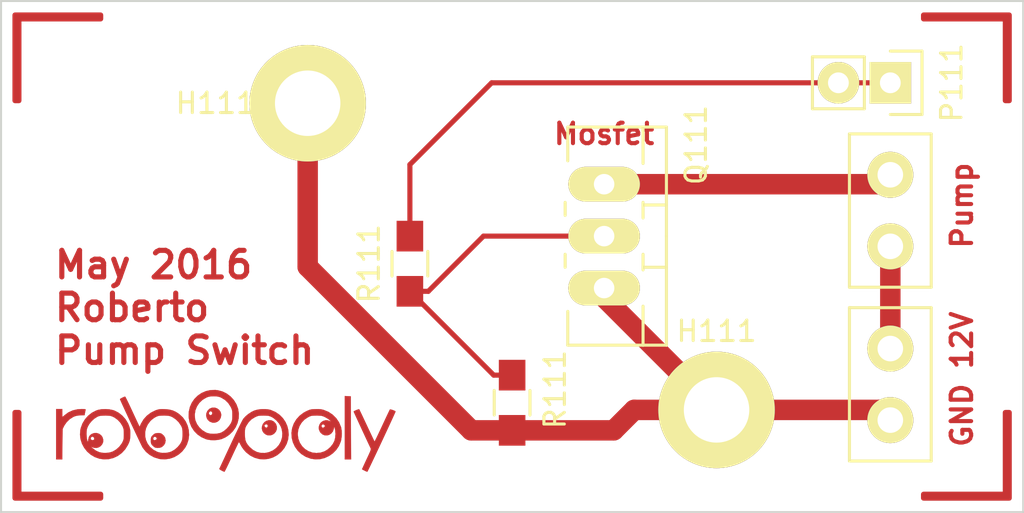
<source format=kicad_pcb>
(kicad_pcb (version 4) (host pcbnew 4.0.2-stable)

  (general
    (links 10)
    (no_connects 0)
    (area 19.174999 27.174999 134.550001 112.775)
    (thickness 1.6)
    (drawings 8)
    (tracks 25)
    (zones 0)
    (modules 9)
    (nets 6)
  )

  (page A4)
  (layers
    (0 F.Cu signal)
    (31 B.Cu signal)
    (33 F.Adhes user)
    (35 F.Paste user)
    (37 F.SilkS user)
    (39 F.Mask user)
    (40 Dwgs.User user)
    (41 Cmts.User user)
    (42 Eco1.User user)
    (43 Eco2.User user)
    (44 Edge.Cuts user)
    (45 Margin user)
    (47 F.CrtYd user)
    (49 F.Fab user)
  )

  (setup
    (last_trace_width 1)
    (user_trace_width 1)
    (trace_clearance 0.2)
    (zone_clearance 0.508)
    (zone_45_only no)
    (trace_min 0.2)
    (segment_width 0.2)
    (edge_width 0.1)
    (via_size 0.6)
    (via_drill 0.4)
    (via_min_size 0.4)
    (via_min_drill 0.3)
    (uvia_size 0.3)
    (uvia_drill 0.1)
    (uvias_allowed no)
    (uvia_min_size 0.2)
    (uvia_min_drill 0.1)
    (pcb_text_width 0.3)
    (pcb_text_size 1.5 1.5)
    (mod_edge_width 0.15)
    (mod_text_size 1 1)
    (mod_text_width 0.15)
    (pad_size 1.5 1.5)
    (pad_drill 0.6)
    (pad_to_mask_clearance 0)
    (aux_axis_origin 0 0)
    (visible_elements FFFFFF7F)
    (pcbplotparams
      (layerselection 0x00000_00000001)
      (usegerberextensions false)
      (excludeedgelayer true)
      (linewidth 0.100000)
      (plotframeref false)
      (viasonmask false)
      (mode 1)
      (useauxorigin false)
      (hpglpennumber 1)
      (hpglpenspeed 20)
      (hpglpendiameter 15)
      (hpglpenoverlay 2)
      (psnegative false)
      (psa4output false)
      (plotreference true)
      (plotvalue true)
      (plotinvisibletext false)
      (padsonsilk false)
      (subtractmaskfromsilk false)
      (outputformat 4)
      (mirror true)
      (drillshape 0)
      (scaleselection 1)
      (outputdirectory ""))
  )

  (net 0 "")
  (net 1 "Net-(H1-Pad1)")
  (net 2 "Net-(P1-Pad1)")
  (net 3 +12V)
  (net 4 "Net-(P3-Pad2)")
  (net 5 "Net-(Q1-Pad2)")

  (net_class Default "This is the default net class."
    (clearance 0.2)
    (trace_width 0.25)
    (via_dia 0.6)
    (via_drill 0.4)
    (uvia_dia 0.3)
    (uvia_drill 0.1)
    (add_net +12V)
    (add_net "Net-(H1-Pad1)")
    (add_net "Net-(P1-Pad1)")
    (add_net "Net-(P3-Pad2)")
    (add_net "Net-(Q1-Pad2)")
  )

  (net_class Power ""
    (clearance 0.5)
    (trace_width 1)
    (via_dia 0.6)
    (via_drill 0.4)
    (uvia_dia 0.3)
    (uvia_drill 0.1)
  )

  (module Pin_Headers:Pin_Header_Straight_1x02 (layer F.Cu) (tedit 54EA090C) (tstamp 5731DE50)
    (at 73 31.5 270)
    (descr "Through hole pin header")
    (tags "pin header")
    (path /572CEED2)
    (fp_text reference P111 (at 0 -3 270) (layer F.SilkS)
      (effects (font (size 1 1) (thickness 0.15)))
    )
    (fp_text value SIGNAL_CONN (at -2.5 1 360) (layer F.Fab)
      (effects (font (size 1 1) (thickness 0.15)))
    )
    (fp_line (start 1.27 1.27) (end 1.27 3.81) (layer F.SilkS) (width 0.15))
    (fp_line (start 1.55 -1.55) (end 1.55 0) (layer F.SilkS) (width 0.15))
    (fp_line (start -1.75 -1.75) (end -1.75 4.3) (layer F.CrtYd) (width 0.05))
    (fp_line (start 1.75 -1.75) (end 1.75 4.3) (layer F.CrtYd) (width 0.05))
    (fp_line (start -1.75 -1.75) (end 1.75 -1.75) (layer F.CrtYd) (width 0.05))
    (fp_line (start -1.75 4.3) (end 1.75 4.3) (layer F.CrtYd) (width 0.05))
    (fp_line (start 1.27 1.27) (end -1.27 1.27) (layer F.SilkS) (width 0.15))
    (fp_line (start -1.55 0) (end -1.55 -1.55) (layer F.SilkS) (width 0.15))
    (fp_line (start -1.55 -1.55) (end 1.55 -1.55) (layer F.SilkS) (width 0.15))
    (fp_line (start -1.27 1.27) (end -1.27 3.81) (layer F.SilkS) (width 0.15))
    (fp_line (start -1.27 3.81) (end 1.27 3.81) (layer F.SilkS) (width 0.15))
    (pad 1 thru_hole rect (at 0 0 270) (size 2.032 2.032) (drill 1.016) (layers *.Cu *.Mask F.SilkS)
      (net 2 "Net-(P1-Pad1)"))
    (pad 2 thru_hole oval (at 0 2.54 270) (size 2.032 2.032) (drill 1.016) (layers *.Cu *.Mask F.SilkS)
      (net 2 "Net-(P1-Pad1)"))
    (model Pin_Headers.3dshapes/Pin_Header_Straight_1x02.wrl
      (at (xyz 0 -0.05 0))
      (scale (xyz 1 1 1))
      (rotate (xyz 0 0 90))
    )
  )

  (module Mounting_Holes:MountingHole_3.2mm_M3_ISO7380_Pad (layer F.Cu) (tedit 56D1B4CB) (tstamp 5731DE45)
    (at 44.5 32.5)
    (descr "Mounting Hole 3.2mm, M3, ISO7380")
    (tags "mounting hole 3.2mm m3 iso7380")
    (path /572CEB85)
    (fp_text reference H111 (at -4.5 0) (layer F.SilkS)
      (effects (font (size 1 1) (thickness 0.15)))
    )
    (fp_text value mounting_hole_3.2 (at 0 3.85) (layer F.Fab)
      (effects (font (size 1 1) (thickness 0.15)))
    )
    (fp_circle (center 0 0) (end 2.85 0) (layer Cmts.User) (width 0.15))
    (fp_circle (center 0 0) (end 3.1 0) (layer F.CrtYd) (width 0.05))
    (pad 1 thru_hole circle (at 0 0) (size 5.7 5.7) (drill 3.2) (layers *.Cu *.Mask F.SilkS)
      (net 1 "Net-(H1-Pad1)"))
  )

  (module Mounting_Holes:MountingHole_3.2mm_M3_ISO7380_Pad (layer F.Cu) (tedit 56D1B4CB) (tstamp 5731DE4A)
    (at 64.5 47.5)
    (descr "Mounting Hole 3.2mm, M3, ISO7380")
    (tags "mounting hole 3.2mm m3 iso7380")
    (path /572CEBB5)
    (fp_text reference H111 (at 0 -3.85) (layer F.SilkS)
      (effects (font (size 1 1) (thickness 0.15)))
    )
    (fp_text value mounting_hole_3.2 (at -2 4) (layer F.Fab)
      (effects (font (size 1 1) (thickness 0.15)))
    )
    (fp_circle (center 0 0) (end 2.85 0) (layer Cmts.User) (width 0.15))
    (fp_circle (center 0 0) (end 3.1 0) (layer F.CrtYd) (width 0.05))
    (pad 1 thru_hole circle (at 0 0) (size 5.7 5.7) (drill 3.2) (layers *.Cu *.Mask F.SilkS)
      (net 1 "Net-(H1-Pad1)"))
  )

  (module Common_footprints:conn_green_2 (layer F.Cu) (tedit 572CABB0) (tstamp 5731DE56)
    (at 73 44.5 270)
    (path /572C4D94)
    (fp_text reference P111 (at 2.5 -3 270) (layer F.SilkS) hide
      (effects (font (size 1 1) (thickness 0.15)))
    )
    (fp_text value POWER_CONN (at 2.5 2.5 270) (layer F.Fab)
      (effects (font (size 1 1) (thickness 0.15)))
    )
    (fp_line (start -2 2) (end -2 -2) (layer F.SilkS) (width 0.15))
    (fp_line (start 5.5 2) (end -2 2) (layer F.SilkS) (width 0.15))
    (fp_line (start 5.5 -2) (end 5.5 2) (layer F.SilkS) (width 0.15))
    (fp_line (start -2 -2) (end 5.5 -2) (layer F.SilkS) (width 0.15))
    (pad 1 thru_hole circle (at 0 0 270) (size 2.25 2.25) (drill 1.25) (layers *.Cu *.Mask F.SilkS)
      (net 3 +12V))
    (pad 2 thru_hole circle (at 3.5 0 270) (size 2.25 2.25) (drill 1.25) (layers *.Cu *.Mask F.SilkS)
      (net 1 "Net-(H1-Pad1)"))
  )

  (module Common_footprints:conn_green_2 (layer F.Cu) (tedit 572CABB0) (tstamp 5731DE5C)
    (at 73 39.5 90)
    (path /57306AAF)
    (fp_text reference P111 (at 2.5 -3 90) (layer F.SilkS) hide
      (effects (font (size 1 1) (thickness 0.15)))
    )
    (fp_text value PUMP_CONN (at 2 -2.5 90) (layer F.Fab)
      (effects (font (size 1 1) (thickness 0.15)))
    )
    (fp_line (start -2 2) (end -2 -2) (layer F.SilkS) (width 0.15))
    (fp_line (start 5.5 2) (end -2 2) (layer F.SilkS) (width 0.15))
    (fp_line (start 5.5 -2) (end 5.5 2) (layer F.SilkS) (width 0.15))
    (fp_line (start -2 -2) (end 5.5 -2) (layer F.SilkS) (width 0.15))
    (pad 1 thru_hole circle (at 0 0 90) (size 2.25 2.25) (drill 1.25) (layers *.Cu *.Mask F.SilkS)
      (net 3 +12V))
    (pad 2 thru_hole circle (at 3.5 0 90) (size 2.25 2.25) (drill 1.25) (layers *.Cu *.Mask F.SilkS)
      (net 4 "Net-(P3-Pad2)"))
  )

  (module TO_SOT_Packages_THT:TO-220_Neutral123_Vertical_LargePads (layer F.Cu) (tedit 0) (tstamp 5731DE63)
    (at 59 39 270)
    (descr "TO-220, Neutral, Vertical, Large Pads,")
    (tags "TO-220, Neutral, Vertical, Large Pads,")
    (path /572C807A)
    (fp_text reference Q111 (at -4.46 -4.5 270) (layer F.SilkS)
      (effects (font (size 1 1) (thickness 0.15)))
    )
    (fp_text value NMOS_DGS (at 0 3 270) (layer F.Fab)
      (effects (font (size 1 1) (thickness 0.15)))
    )
    (fp_line (start 5.334 -1.905) (end 3.429 -1.905) (layer F.SilkS) (width 0.15))
    (fp_line (start 0.889 -1.905) (end 1.651 -1.905) (layer F.SilkS) (width 0.15))
    (fp_line (start -1.524 -1.905) (end -1.651 -1.905) (layer F.SilkS) (width 0.15))
    (fp_line (start -1.524 -1.905) (end -0.889 -1.905) (layer F.SilkS) (width 0.15))
    (fp_line (start -5.334 -1.905) (end -3.556 -1.905) (layer F.SilkS) (width 0.15))
    (fp_line (start -5.334 1.778) (end -3.683 1.778) (layer F.SilkS) (width 0.15))
    (fp_line (start -1.016 1.905) (end -1.651 1.905) (layer F.SilkS) (width 0.15))
    (fp_line (start 1.524 1.905) (end 0.889 1.905) (layer F.SilkS) (width 0.15))
    (fp_line (start 5.334 1.778) (end 3.683 1.778) (layer F.SilkS) (width 0.15))
    (fp_line (start -1.524 -3.048) (end -1.524 -1.905) (layer F.SilkS) (width 0.15))
    (fp_line (start 1.524 -3.048) (end 1.524 -1.905) (layer F.SilkS) (width 0.15))
    (fp_line (start 5.334 -1.905) (end 5.334 1.778) (layer F.SilkS) (width 0.15))
    (fp_line (start -5.334 1.778) (end -5.334 -1.905) (layer F.SilkS) (width 0.15))
    (fp_line (start 5.334 -3.048) (end 5.334 -1.905) (layer F.SilkS) (width 0.15))
    (fp_line (start -5.334 -1.905) (end -5.334 -3.048) (layer F.SilkS) (width 0.15))
    (fp_line (start 0 -3.048) (end -5.334 -3.048) (layer F.SilkS) (width 0.15))
    (fp_line (start 0 -3.048) (end 5.334 -3.048) (layer F.SilkS) (width 0.15))
    (pad 2 thru_hole oval (at 0 0) (size 3.50012 1.69926) (drill 1.00076) (layers *.Cu *.Mask F.SilkS)
      (net 5 "Net-(Q1-Pad2)"))
    (pad 1 thru_hole oval (at -2.54 0) (size 3.50012 1.69926) (drill 1.00076) (layers *.Cu *.Mask F.SilkS)
      (net 4 "Net-(P3-Pad2)"))
    (pad 3 thru_hole oval (at 2.54 0) (size 3.50012 1.69926) (drill 1.00076) (layers *.Cu *.Mask F.SilkS)
      (net 1 "Net-(H1-Pad1)"))
    (model TO_SOT_Packages_THT.3dshapes/TO-220_Neutral123_Vertical_LargePads.wrl
      (at (xyz 0 0 0))
      (scale (xyz 0.3937 0.3937 0.3937))
      (rotate (xyz 0 0 0))
    )
  )

  (module Resistors_SMD:R_0805_HandSoldering (layer F.Cu) (tedit 54189DEE) (tstamp 5731DE69)
    (at 49.5 40.35 270)
    (descr "Resistor SMD 0805, hand soldering")
    (tags "resistor 0805")
    (path /572C8769)
    (attr smd)
    (fp_text reference R111 (at 0 2 270) (layer F.SilkS)
      (effects (font (size 1 1) (thickness 0.15)))
    )
    (fp_text value 330 (at 0.15 -2 270) (layer F.Fab)
      (effects (font (size 1 1) (thickness 0.15)))
    )
    (fp_line (start -2.4 -1) (end 2.4 -1) (layer F.CrtYd) (width 0.05))
    (fp_line (start -2.4 1) (end 2.4 1) (layer F.CrtYd) (width 0.05))
    (fp_line (start -2.4 -1) (end -2.4 1) (layer F.CrtYd) (width 0.05))
    (fp_line (start 2.4 -1) (end 2.4 1) (layer F.CrtYd) (width 0.05))
    (fp_line (start 0.6 0.875) (end -0.6 0.875) (layer F.SilkS) (width 0.15))
    (fp_line (start -0.6 -0.875) (end 0.6 -0.875) (layer F.SilkS) (width 0.15))
    (pad 1 smd rect (at -1.35 0 270) (size 1.5 1.3) (layers F.Cu F.Paste F.Mask)
      (net 2 "Net-(P1-Pad1)"))
    (pad 2 smd rect (at 1.35 0 270) (size 1.5 1.3) (layers F.Cu F.Paste F.Mask)
      (net 5 "Net-(Q1-Pad2)"))
    (model Resistors_SMD.3dshapes/R_0805_HandSoldering.wrl
      (at (xyz 0 0 0))
      (scale (xyz 1 1 1))
      (rotate (xyz 0 0 0))
    )
  )

  (module Resistors_SMD:R_0805_HandSoldering (layer F.Cu) (tedit 54189DEE) (tstamp 5731DE6F)
    (at 54.5 47.15 270)
    (descr "Resistor SMD 0805, hand soldering")
    (tags "resistor 0805")
    (path /572C86E2)
    (attr smd)
    (fp_text reference R111 (at -0.65 -2.1 270) (layer F.SilkS)
      (effects (font (size 1 1) (thickness 0.15)))
    )
    (fp_text value 1M (at -1.15 2.1 270) (layer F.Fab)
      (effects (font (size 1 1) (thickness 0.15)))
    )
    (fp_line (start -2.4 -1) (end 2.4 -1) (layer F.CrtYd) (width 0.05))
    (fp_line (start -2.4 1) (end 2.4 1) (layer F.CrtYd) (width 0.05))
    (fp_line (start -2.4 -1) (end -2.4 1) (layer F.CrtYd) (width 0.05))
    (fp_line (start 2.4 -1) (end 2.4 1) (layer F.CrtYd) (width 0.05))
    (fp_line (start 0.6 0.875) (end -0.6 0.875) (layer F.SilkS) (width 0.15))
    (fp_line (start -0.6 -0.875) (end 0.6 -0.875) (layer F.SilkS) (width 0.15))
    (pad 1 smd rect (at -1.35 0 270) (size 1.5 1.3) (layers F.Cu F.Paste F.Mask)
      (net 5 "Net-(Q1-Pad2)"))
    (pad 2 smd rect (at 1.35 0 270) (size 1.5 1.3) (layers F.Cu F.Paste F.Mask)
      (net 1 "Net-(H1-Pad1)"))
    (model Resistors_SMD.3dshapes/R_0805_HandSoldering.wrl
      (at (xyz 0 0 0))
      (scale (xyz 1 1 1))
      (rotate (xyz 0 0 0))
    )
  )

  (module Common_footprints:robopoly_logo_pcb (layer F.Cu) (tedit 0) (tstamp 5731E758)
    (at 40.5 48.5)
    (fp_text reference G***111 (at 0 0) (layer F.SilkS) hide
      (effects (font (thickness 0.3)))
    )
    (fp_text value LOGO (at 0.75 0) (layer F.SilkS) hide
      (effects (font (thickness 0.3)))
    )
    (fp_poly (pts (xy 2.104093 -1.018007) (xy 2.206918 -0.991696) (xy 2.434072 -0.890892) (xy 2.628811 -0.756232)
      (xy 2.789777 -0.593287) (xy 2.915615 -0.40763) (xy 3.004968 -0.204836) (xy 3.056478 0.009524)
      (xy 3.068791 0.229876) (xy 3.040548 0.450647) (xy 2.970394 0.666264) (xy 2.856971 0.871154)
      (xy 2.704852 1.053852) (xy 2.514336 1.210943) (xy 2.305025 1.324175) (xy 2.083125 1.393635)
      (xy 1.854842 1.419407) (xy 1.626383 1.40158) (xy 1.403954 1.340237) (xy 1.193763 1.235467)
      (xy 1.002015 1.087354) (xy 0.944257 1.029422) (xy 0.85592 0.924587) (xy 0.776181 0.811568)
      (xy 0.720134 0.711967) (xy 0.682383 0.637751) (xy 0.650625 0.58962) (xy 0.631681 0.577892)
      (xy 0.631583 0.57799) (xy 0.616658 0.60493) (xy 0.583149 0.672214) (xy 0.53381 0.774086)
      (xy 0.471401 0.904793) (xy 0.398677 1.058579) (xy 0.318396 1.229688) (xy 0.28191 1.307864)
      (xy 0.199299 1.483991) (xy 0.122943 1.644575) (xy 0.055598 1.783994) (xy 0.000017 1.896631)
      (xy -0.041045 1.976865) (xy -0.064835 2.019076) (xy -0.069144 2.024162) (xy -0.101023 2.0163)
      (xy -0.161755 1.99039) (xy -0.210462 1.966297) (xy -0.275955 1.928369) (xy -0.315901 1.897614)
      (xy -0.322274 1.884999) (xy -0.309947 1.859076) (xy -0.278264 1.791537) (xy -0.229299 1.686826)
      (xy -0.165127 1.549388) (xy -0.087819 1.383665) (xy 0.00055 1.194102) (xy 0.097906 0.985141)
      (xy 0.202177 0.761228) (xy 0.225467 0.7112) (xy 0.333682 0.480111) (xy 0.438185 0.25957)
      (xy 0.47741 0.1778) (xy 0.9271 0.1778) (xy 0.933188 0.348366) (xy 0.954974 0.483668)
      (xy 0.997739 0.598164) (xy 1.066763 0.706311) (xy 1.159628 0.814371) (xy 1.326756 0.959241)
      (xy 1.51137 1.05709) (xy 1.709943 1.106981) (xy 1.918948 1.107982) (xy 2.111874 1.066683)
      (xy 2.303794 0.981583) (xy 2.466469 0.86045) (xy 2.59683 0.710056) (xy 2.691811 0.53717)
      (xy 2.748342 0.348566) (xy 2.763356 0.151015) (xy 2.733785 -0.048712) (xy 2.6822 -0.192176)
      (xy 2.590413 -0.345569) (xy 2.465635 -0.488173) (xy 2.322727 -0.604545) (xy 2.23841 -0.653435)
      (xy 2.165028 -0.686566) (xy 2.098727 -0.707327) (xy 2.023563 -0.718537) (xy 1.923588 -0.723014)
      (xy 1.841109 -0.723645) (xy 1.720168 -0.722498) (xy 1.63336 -0.716591) (xy 1.56404 -0.702653)
      (xy 1.495565 -0.677414) (xy 1.416725 -0.640284) (xy 1.251892 -0.537472) (xy 1.116026 -0.402572)
      (xy 1.00074 -0.227149) (xy 0.994693 -0.2159) (xy 0.963647 -0.15258) (xy 0.943825 -0.093901)
      (xy 0.932767 -0.025544) (xy 0.928016 0.066809) (xy 0.9271 0.1778) (xy 0.47741 0.1778)
      (xy 0.536522 0.054576) (xy 0.626238 -0.129872) (xy 0.70488 -0.288774) (xy 0.769994 -0.417132)
      (xy 0.819126 -0.509947) (xy 0.849822 -0.562219) (xy 0.85224 -0.565653) (xy 0.959052 -0.684378)
      (xy 1.098281 -0.800427) (xy 1.252588 -0.900868) (xy 1.39129 -0.967724) (xy 1.551232 -1.01227)
      (xy 1.736074 -1.035873) (xy 1.926725 -1.037973) (xy 2.104093 -1.018007)) (layer F.Cu) (width 0.01))
    (fp_poly (pts (xy 6.531236 -1.009218) (xy 6.563121 -0.943782) (xy 6.611348 -0.843095) (xy 6.673354 -0.712552)
      (xy 6.746573 -0.557546) (xy 6.828441 -0.383473) (xy 6.894174 -0.243226) (xy 6.980879 -0.058336)
      (xy 7.060887 0.111565) (xy 7.131629 0.261079) (xy 7.190539 0.384807) (xy 7.235046 0.47735)
      (xy 7.262584 0.53331) (xy 7.270561 0.548028) (xy 7.283514 0.52859) (xy 7.315132 0.468193)
      (xy 7.362886 0.372047) (xy 7.424246 0.24536) (xy 7.496686 0.093342) (xy 7.577675 -0.078799)
      (xy 7.644343 -0.221937) (xy 7.730732 -0.407647) (xy 7.810822 -0.578743) (xy 7.882004 -0.729739)
      (xy 7.941673 -0.855146) (xy 7.98722 -0.949477) (xy 8.016038 -1.007244) (xy 8.025076 -1.023243)
      (xy 8.053859 -1.023045) (xy 8.112128 -1.00812) (xy 8.182921 -0.984312) (xy 8.249276 -0.957463)
      (xy 8.29423 -0.933418) (xy 8.300209 -0.928458) (xy 8.291765 -0.904209) (xy 8.263718 -0.838782)
      (xy 8.218271 -0.736878) (xy 8.157628 -0.603202) (xy 8.083992 -0.442456) (xy 7.999564 -0.259343)
      (xy 7.906548 -0.058566) (xy 7.807147 0.155171) (xy 7.703564 0.377167) (xy 7.598002 0.602716)
      (xy 7.492663 0.827118) (xy 7.389751 1.045668) (xy 7.291468 1.253663) (xy 7.200017 1.446401)
      (xy 7.117601 1.619178) (xy 7.046424 1.767291) (xy 6.988687 1.886037) (xy 6.946594 1.970714)
      (xy 6.922348 2.016618) (xy 6.917465 2.023625) (xy 6.884557 2.016075) (xy 6.823287 1.990368)
      (xy 6.776767 1.96743) (xy 6.657434 1.905364) (xy 6.71715 1.771832) (xy 6.749628 1.700404)
      (xy 6.798075 1.595357) (xy 6.856778 1.469011) (xy 6.920024 1.333688) (xy 6.94293 1.284881)
      (xy 7.006241 1.14888) (xy 7.049867 1.050495) (xy 7.076356 0.981665) (xy 7.088258 0.934333)
      (xy 7.088121 0.900437) (xy 7.078494 0.871918) (xy 7.075466 0.865781) (xy 7.052496 0.818726)
      (xy 7.012726 0.735021) (xy 6.958977 0.620758) (xy 6.894068 0.482028) (xy 6.820822 0.32492)
      (xy 6.742059 0.155526) (xy 6.6606 -0.020063) (xy 6.579266 -0.195757) (xy 6.500878 -0.365464)
      (xy 6.428257 -0.523094) (xy 6.364223 -0.662557) (xy 6.311598 -0.777761) (xy 6.273202 -0.862615)
      (xy 6.251856 -0.911029) (xy 6.2484 -0.919997) (xy 6.269615 -0.937241) (xy 6.322279 -0.964224)
      (xy 6.38992 -0.993985) (xy 6.456068 -1.019566) (xy 6.504249 -1.034008) (xy 6.518258 -1.034008)
      (xy 6.531236 -1.009218)) (layer F.Cu) (width 0.01))
    (fp_poly (pts (xy -6.962719 -1.040788) (xy -6.900275 -1.03716) (xy -6.869778 -1.027825) (xy -6.861805 -1.010096)
      (xy -6.866213 -0.98425) (xy -6.880216 -0.919679) (xy -6.89567 -0.84014) (xy -6.896722 -0.83436)
      (xy -6.913512 -0.74162) (xy -7.120706 -0.73276) (xy -7.24971 -0.722697) (xy -7.350661 -0.701981)
      (xy -7.446001 -0.665514) (xy -7.472657 -0.652815) (xy -7.639021 -0.545957) (xy -7.786847 -0.402728)
      (xy -7.901947 -0.237369) (xy -7.91871 -0.205102) (xy -7.9883 -0.0635) (xy -8.003822 1.4224)
      (xy -8.3058 1.4224) (xy -8.3058 -1.0414) (xy -8.001 -1.0414) (xy -8.001 -0.8509)
      (xy -7.999637 -0.759835) (xy -7.996031 -0.692473) (xy -7.990908 -0.66123) (xy -7.989868 -0.6604)
      (xy -7.966214 -0.676033) (xy -7.919382 -0.715516) (xy -7.894618 -0.737891) (xy -7.706665 -0.876983)
      (xy -7.491385 -0.974649) (xy -7.252849 -1.029395) (xy -7.066537 -1.041401) (xy -6.962719 -1.040788)) (layer F.Cu) (width 0.01))
    (fp_poly (pts (xy -5.687127 -1.023239) (xy -5.513026 -0.986836) (xy -5.452765 -0.966517) (xy -5.24687 -0.860776)
      (xy -5.061451 -0.714196) (xy -4.904191 -0.535099) (xy -4.782768 -0.331807) (xy -4.721556 -0.174173)
      (xy -4.694526 -0.073685) (xy -4.679719 0.018372) (xy -4.675216 0.121522) (xy -4.679102 0.25529)
      (xy -4.679197 0.257262) (xy -4.686725 0.379958) (xy -4.698544 0.470868) (xy -4.719438 0.549006)
      (xy -4.754192 0.633383) (xy -4.79521 0.718192) (xy -4.926493 0.929299) (xy -5.090533 1.106453)
      (xy -5.281461 1.246837) (xy -5.493407 1.347639) (xy -5.720499 1.406043) (xy -5.956866 1.419234)
      (xy -6.188764 1.386336) (xy -6.41465 1.307069) (xy -6.61638 1.188077) (xy -6.790347 1.035282)
      (xy -6.932945 0.854607) (xy -7.040567 0.651977) (xy -7.109606 0.433314) (xy -7.136457 0.204541)
      (xy -7.132459 0.155381) (xy -6.818089 0.155381) (xy -6.817893 0.1905) (xy -6.812835 0.312937)
      (xy -6.801084 0.417349) (xy -6.784449 0.488515) (xy -6.781681 0.4953) (xy -6.747476 0.5715)
      (xy -6.731723 0.4572) (xy -6.72493 0.426012) (xy -6.61384 0.426012) (xy -6.602653 0.446123)
      (xy -6.554001 0.476197) (xy -6.4956 0.479587) (xy -6.450276 0.456785) (xy -6.441709 0.442659)
      (xy -6.440919 0.383383) (xy -6.472276 0.330459) (xy -6.522582 0.305019) (xy -6.5278 0.3048)
      (xy -6.57982 0.325) (xy -6.612065 0.372136) (xy -6.61384 0.426012) (xy -6.72493 0.426012)
      (xy -6.706272 0.340363) (xy -6.662122 0.257655) (xy -6.59004 0.193298) (xy -6.569574 0.18007)
      (xy -6.449072 0.133086) (xy -6.322732 0.130253) (xy -6.202567 0.16816) (xy -6.100589 0.243397)
      (xy -6.03889 0.330706) (xy -6.000748 0.454599) (xy -6.006547 0.573394) (xy -6.049455 0.680298)
      (xy -6.122642 0.768519) (xy -6.219276 0.831262) (xy -6.332526 0.861737) (xy -6.455562 0.85315)
      (xy -6.535412 0.824439) (xy -6.580069 0.80374) (xy -6.592426 0.802828) (xy -6.570655 0.82649)
      (xy -6.5151 0.877534) (xy -6.353476 0.998215) (xy -6.180821 1.073445) (xy -5.988348 1.10624)
      (xy -5.848604 1.106238) (xy -5.659796 1.07927) (xy -5.525565 1.032454) (xy -5.360862 0.933133)
      (xy -5.211936 0.79825) (xy -5.093903 0.642307) (xy -5.065593 0.591249) (xy -5.030779 0.517493)
      (xy -5.008896 0.452923) (xy -4.996989 0.381617) (xy -4.992108 0.287653) (xy -4.991278 0.1905)
      (xy -4.992892 0.065571) (xy -4.999775 -0.02485) (xy -5.014681 -0.096995) (xy -5.040364 -0.167094)
      (xy -5.058923 -0.208192) (xy -5.161215 -0.372919) (xy -5.299982 -0.519145) (xy -5.461086 -0.632732)
      (xy -5.506809 -0.656078) (xy -5.582277 -0.688465) (xy -5.651341 -0.708642) (xy -5.730235 -0.719362)
      (xy -5.835189 -0.723379) (xy -5.9055 -0.723734) (xy -6.036299 -0.721407) (xy -6.131621 -0.713121)
      (xy -6.206659 -0.696618) (xy -6.276601 -0.669637) (xy -6.28017 -0.668003) (xy -6.424046 -0.580136)
      (xy -6.56182 -0.457316) (xy -6.678579 -0.314619) (xy -6.746897 -0.196149) (xy -6.783441 -0.110416)
      (xy -6.805163 -0.035909) (xy -6.81555 0.046361) (xy -6.818089 0.155381) (xy -7.132459 0.155381)
      (xy -7.117511 -0.028418) (xy -7.099512 -0.109391) (xy -7.016661 -0.334467) (xy -6.893652 -0.539364)
      (xy -6.736736 -0.71759) (xy -6.552163 -0.862652) (xy -6.346181 -0.96806) (xy -6.238788 -1.003414)
      (xy -6.070308 -1.032481) (xy -5.879654 -1.038772) (xy -5.687127 -1.023239)) (layer F.Cu) (width 0.01))
    (fp_poly (pts (xy -4.914203 -1.628972) (xy -4.881127 -1.56715) (xy -4.833259 -1.47193) (xy -4.773778 -1.349708)
      (xy -4.70586 -1.20688) (xy -4.661125 -1.11125) (xy -4.583305 -0.943954) (xy -4.506606 -0.77921)
      (xy -4.435648 -0.626934) (xy -4.375053 -0.497044) (xy -4.329443 -0.399454) (xy -4.316751 -0.372366)
      (xy -4.223327 -0.173231) (xy -4.145315 -0.339938) (xy -4.022799 -0.543376) (xy -3.860337 -0.721364)
      (xy -3.664986 -0.867725) (xy -3.4438 -0.976285) (xy -3.400719 -0.991696) (xy -3.311522 -1.018392)
      (xy -3.228231 -1.033479) (xy -3.132982 -1.038832) (xy -3.00791 -1.036324) (xy -2.9845 -1.035343)
      (xy -2.7802 -1.016127) (xy -2.607634 -0.974503) (xy -2.450594 -0.904859) (xy -2.292873 -0.801588)
      (xy -2.279101 -0.79122) (xy -2.104399 -0.628114) (xy -1.968026 -0.437325) (xy -1.871214 -0.225876)
      (xy -1.815195 -0.000787) (xy -1.801201 0.230917) (xy -1.830465 0.462215) (xy -1.904218 0.686084)
      (xy -1.991479 0.848018) (xy -2.142275 1.038033) (xy -2.324179 1.193102) (xy -2.530192 1.310211)
      (xy -2.753316 1.386345) (xy -2.986551 1.418489) (xy -3.222899 1.403631) (xy -3.2639 1.396006)
      (xy -3.505455 1.322084) (xy -3.72215 1.205906) (xy -3.909417 1.050596) (xy -4.062685 0.859278)
      (xy -4.073225 0.842696) (xy -4.094445 0.803101) (xy -4.133634 0.724391) (xy -4.188299 0.611897)
      (xy -4.255945 0.470947) (xy -4.334077 0.306872) (xy -4.420201 0.125001) (xy -4.433992 0.095748)
      (xy -3.9509 0.095748) (xy -3.950347 0.289417) (xy -3.909454 0.47736) (xy -3.829841 0.653226)
      (xy -3.713133 0.810659) (xy -3.560951 0.943309) (xy -3.374917 1.04482) (xy -3.304313 1.071088)
      (xy -3.128094 1.106332) (xy -2.937315 1.105123) (xy -2.751557 1.068627) (xy -2.655365 1.032454)
      (xy -2.499681 0.939523) (xy -2.355724 0.813731) (xy -2.23872 0.669674) (xy -2.19111 0.58741)
      (xy -2.158749 0.516477) (xy -2.138136 0.452779) (xy -2.126683 0.381233) (xy -2.121806 0.286756)
      (xy -2.1209 0.1778) (xy -2.122098 0.053521) (xy -2.127419 -0.034576) (xy -2.139453 -0.101087)
      (xy -2.16079 -0.160607) (xy -2.192305 -0.224473) (xy -2.303548 -0.389992) (xy -2.446978 -0.533739)
      (xy -2.608827 -0.642341) (xy -2.636609 -0.656078) (xy -2.71216 -0.688487) (xy -2.781379 -0.708687)
      (xy -2.86051 -0.719439) (xy -2.965797 -0.723508) (xy -3.0353 -0.7239) (xy -3.158668 -0.722351)
      (xy -3.247219 -0.715825) (xy -3.316895 -0.701503) (xy -3.383633 -0.676569) (xy -3.432164 -0.653741)
      (xy -3.529173 -0.594939) (xy -3.630946 -0.516126) (xy -3.69429 -0.45608) (xy -3.824494 -0.283354)
      (xy -3.90949 -0.097294) (xy -3.9509 0.095748) (xy -4.433992 0.095748) (xy -4.511822 -0.069335)
      (xy -4.606446 -0.270806) (xy -4.701577 -0.474084) (xy -4.794723 -0.673837) (xy -4.883386 -0.864735)
      (xy -4.965075 -1.04145) (xy -5.037293 -1.19865) (xy -5.097546 -1.331007) (xy -5.143339 -1.43319)
      (xy -5.172179 -1.499869) (xy -5.1816 -1.525455) (xy -5.160788 -1.545029) (xy -5.10929 -1.575488)
      (xy -5.043512 -1.608666) (xy -4.979861 -1.636401) (xy -4.934745 -1.650527) (xy -4.929309 -1.651)
      (xy -4.914203 -1.628972)) (layer F.Cu) (width 0.01))
    (fp_poly (pts (xy 4.617368 -1.033388) (xy 4.715167 -1.015978) (xy 4.793908 -0.994376) (xy 5.021572 -0.899876)
      (xy 5.223965 -0.764927) (xy 5.395717 -0.59502) (xy 5.53146 -0.395645) (xy 5.625822 -0.172294)
      (xy 5.637553 -0.131629) (xy 5.66014 0.003388) (xy 5.666654 0.165667) (xy 5.65771 0.334486)
      (xy 5.633918 0.489124) (xy 5.617348 0.552409) (xy 5.524835 0.769653) (xy 5.393843 0.961756)
      (xy 5.230728 1.125131) (xy 5.041846 1.256194) (xy 4.833552 1.351357) (xy 4.612204 1.407035)
      (xy 4.384157 1.419641) (xy 4.155766 1.38559) (xy 4.145427 1.382861) (xy 3.906853 1.293821)
      (xy 3.696688 1.164897) (xy 3.518715 1.000284) (xy 3.376714 0.804177) (xy 3.274468 0.580771)
      (xy 3.218793 0.354922) (xy 3.210261 0.186275) (xy 3.513191 0.186275) (xy 3.537909 0.393459)
      (xy 3.541201 0.40679) (xy 3.616509 0.607345) (xy 3.729046 0.778699) (xy 3.872515 0.917811)
      (xy 4.040616 1.021639) (xy 4.227053 1.087143) (xy 4.425528 1.11128) (xy 4.629743 1.09101)
      (xy 4.825381 1.026933) (xy 4.977068 0.936009) (xy 5.117448 0.809853) (xy 5.233211 0.662525)
      (xy 5.30767 0.517353) (xy 5.347938 0.3578) (xy 5.362216 0.178298) (xy 5.349534 0.003111)
      (xy 5.331565 -0.079637) (xy 5.300203 -0.1905) (xy 5.280198 -0.081802) (xy 5.235186 0.048643)
      (xy 5.159497 0.148417) (xy 5.062022 0.215567) (xy 4.951653 0.248139) (xy 4.837282 0.24418)
      (xy 4.7278 0.201735) (xy 4.632099 0.118852) (xy 4.596282 0.068469) (xy 4.548931 -0.051884)
      (xy 4.54539 -0.173876) (xy 4.559681 -0.220382) (xy 4.673361 -0.220382) (xy 4.683354 -0.163617)
      (xy 4.717821 -0.132369) (xy 4.771246 -0.131795) (xy 4.822503 -0.161366) (xy 4.827766 -0.16723)
      (xy 4.845399 -0.218763) (xy 4.822371 -0.264684) (xy 4.768038 -0.290465) (xy 4.747379 -0.2921)
      (xy 4.694658 -0.272123) (xy 4.673361 -0.220382) (xy 4.559681 -0.220382) (xy 4.580497 -0.288114)
      (xy 4.64909 -0.385207) (xy 4.746009 -0.455763) (xy 4.866091 -0.49039) (xy 4.904492 -0.49237)
      (xy 4.985379 -0.485475) (xy 5.049236 -0.468076) (xy 5.065775 -0.458466) (xy 5.103934 -0.436576)
      (xy 5.119786 -0.43772) (xy 5.112632 -0.462111) (xy 5.070788 -0.5033) (xy 5.004199 -0.553826)
      (xy 4.922811 -0.606229) (xy 4.836566 -0.65305) (xy 4.826 -0.65811) (xy 4.752239 -0.68965)
      (xy 4.683277 -0.709287) (xy 4.603072 -0.719703) (xy 4.495583 -0.723577) (xy 4.4323 -0.7239)
      (xy 4.310402 -0.722505) (xy 4.223375 -0.716353) (xy 4.155321 -0.702493) (xy 4.090342 -0.677974)
      (xy 4.031473 -0.649504) (xy 3.853186 -0.532631) (xy 3.708928 -0.383537) (xy 3.601986 -0.209302)
      (xy 3.535645 -0.017005) (xy 3.513191 0.186275) (xy 3.210261 0.186275) (xy 3.206792 0.117721)
      (xy 3.242346 -0.113584) (xy 3.32221 -0.332962) (xy 3.44314 -0.53438) (xy 3.60189 -0.711806)
      (xy 3.795216 -0.859209) (xy 3.904705 -0.920199) (xy 4.010366 -0.970786) (xy 4.092455 -1.003023)
      (xy 4.170195 -1.021738) (xy 4.262812 -1.031763) (xy 4.370258 -1.037166) (xy 4.509027 -1.039782)
      (xy 4.617368 -1.033388)) (layer F.Cu) (width 0.01))
    (fp_poly (pts (xy 6.1087 -1.6637) (xy 6.115246 -0.12065) (xy 6.121793 1.4224) (xy 5.8166 1.4224)
      (xy 5.8166 -1.678936) (xy 6.1087 -1.6637)) (layer F.Cu) (width 0.01))
    (fp_poly (pts (xy -0.404982 -1.962482) (xy -0.17245 -1.901637) (xy 0.041609 -1.796822) (xy 0.23149 -1.65324)
      (xy 0.391484 -1.476091) (xy 0.515885 -1.270578) (xy 0.597111 -1.049191) (xy 0.633644 -0.81297)
      (xy 0.622814 -0.579119) (xy 0.567929 -0.353615) (xy 0.472299 -0.142438) (xy 0.339232 0.048436)
      (xy 0.172035 0.213027) (xy -0.02598 0.345357) (xy -0.221449 0.429823) (xy -0.383062 0.466585)
      (xy -0.568898 0.481645) (xy -0.757494 0.474852) (xy -0.927385 0.446054) (xy -0.965485 0.435059)
      (xy -1.193248 0.33675) (xy -1.392271 0.199395) (xy -1.558552 0.028108) (xy -1.688093 -0.171993)
      (xy -1.776892 -0.395792) (xy -1.82095 -0.638173) (xy -1.822616 -0.661241) (xy -1.818894 -0.775916)
      (xy -1.52421 -0.775916) (xy -1.510617 -0.568714) (xy -1.488903 -0.476469) (xy -1.414145 -0.303601)
      (xy -1.298625 -0.143122) (xy -1.152343 -0.005474) (xy -0.985299 0.098901) (xy -0.905868 0.132287)
      (xy -0.769582 0.163329) (xy -0.608514 0.173331) (xy -0.442871 0.16302) (xy -0.29286 0.133124)
      (xy -0.222231 0.107661) (xy -0.096377 0.032771) (xy 0.031906 -0.074914) (xy 0.147459 -0.200533)
      (xy 0.235123 -0.329222) (xy 0.247359 -0.352761) (xy 0.281411 -0.428467) (xy 0.302332 -0.497078)
      (xy 0.313201 -0.575489) (xy 0.317096 -0.680598) (xy 0.317393 -0.737135) (xy 0.315916 -0.85597)
      (xy 0.30899 -0.941703) (xy 0.29306 -1.011994) (xy 0.264569 -1.084507) (xy 0.234951 -1.146648)
      (xy 0.116116 -1.331934) (xy -0.040089 -1.483983) (xy -0.224152 -1.596126) (xy -0.305756 -1.630572)
      (xy -0.381445 -1.651076) (xy -0.469745 -1.660998) (xy -0.589182 -1.663695) (xy -0.5969 -1.6637)
      (xy -0.718552 -1.661299) (xy -0.808064 -1.651854) (xy -0.883961 -1.632009) (xy -0.964771 -1.598404)
      (xy -0.969649 -1.596126) (xy -1.152723 -1.484236) (xy -1.302969 -1.339256) (xy -1.417134 -1.1682)
      (xy -1.491965 -0.978083) (xy -1.52421 -0.775916) (xy -1.818894 -0.775916) (xy -1.814627 -0.907371)
      (xy -1.761809 -1.138112) (xy -1.66867 -1.349325) (xy -1.539719 -1.536871) (xy -1.379466 -1.696612)
      (xy -1.192419 -1.824409) (xy -0.983087 -1.916122) (xy -0.755979 -1.967614) (xy -0.515606 -1.974745)
      (xy -0.404982 -1.962482)) (layer F.Cu) (width 0.01))
    (fp_poly (pts (xy 2.228527 -0.487054) (xy 2.341183 -0.432473) (xy 2.43201 -0.336291) (xy 2.455534 -0.296225)
      (xy 2.494594 -0.173536) (xy 2.490027 -0.054377) (xy 2.448654 0.054239) (xy 2.377301 0.145298)
      (xy 2.282789 0.211787) (xy 2.171941 0.246692) (xy 2.051582 0.242999) (xy 1.961341 0.211757)
      (xy 1.85704 0.135635) (xy 1.78988 0.035256) (xy 1.759682 -0.079173) (xy 1.766267 -0.197445)
      (xy 1.785172 -0.24643) (xy 1.8842 -0.24643) (xy 1.893867 -0.183953) (xy 1.938038 -0.140883)
      (xy 1.991677 -0.132125) (xy 2.031268 -0.151513) (xy 2.044457 -0.202936) (xy 2.0447 -0.2159)
      (xy 2.038395 -0.269881) (xy 2.008734 -0.289776) (xy 1.968847 -0.2921) (xy 1.906808 -0.279937)
      (xy 1.8842 -0.24643) (xy 1.785172 -0.24643) (xy 1.809456 -0.309352) (xy 1.889069 -0.404687)
      (xy 1.973125 -0.459439) (xy 2.102892 -0.49704) (xy 2.228527 -0.487054)) (layer F.Cu) (width 0.01))
    (fp_poly (pts (xy -3.173651 0.152852) (xy -3.130318 0.176153) (xy -3.029687 0.26547) (xy -2.969104 0.375057)
      (xy -2.948571 0.494661) (xy -2.968086 0.614031) (xy -3.027651 0.722914) (xy -3.127264 0.811057)
      (xy -3.130318 0.812937) (xy -3.229332 0.850185) (xy -3.345863 0.861421) (xy -3.452965 0.844543)
      (xy -3.4671 0.839229) (xy -3.516377 0.807695) (xy -3.576862 0.755049) (xy -3.5941 0.737571)
      (xy -3.636555 0.687151) (xy -3.659518 0.637897) (xy -3.668806 0.571218) (xy -3.6703 0.494055)
      (xy -3.668334 0.408615) (xy -3.557737 0.408615) (xy -3.542985 0.46099) (xy -3.537901 0.466832)
      (xy -3.491441 0.483091) (xy -3.43462 0.470776) (xy -3.391776 0.437752) (xy -3.383325 0.416877)
      (xy -3.395677 0.355584) (xy -3.44172 0.31808) (xy -3.503982 0.317113) (xy -3.542783 0.352037)
      (xy -3.557737 0.408615) (xy -3.668334 0.408615) (xy -3.668195 0.402587) (xy -3.657236 0.342772)
      (xy -3.63046 0.295499) (xy -3.580904 0.241657) (xy -3.576868 0.237613) (xy -3.510011 0.178811)
      (xy -3.44622 0.148479) (xy -3.360028 0.135095) (xy -3.348268 0.134176) (xy -3.248462 0.133646)
      (xy -3.173651 0.152852)) (layer F.Cu) (width 0.01))
    (fp_poly (pts (xy -0.432771 -1.074487) (xy -0.336102 -1.004737) (xy -0.265481 -0.908107) (xy -0.230688 -0.790153)
      (xy -0.228695 -0.753139) (xy -0.250727 -0.61908) (xy -0.311813 -0.507813) (xy -0.404021 -0.425965)
      (xy -0.519422 -0.380165) (xy -0.650082 -0.377041) (xy -0.673632 -0.381313) (xy -0.794149 -0.429184)
      (xy -0.883786 -0.50881) (xy -0.941018 -0.610491) (xy -0.964323 -0.724523) (xy -0.95478 -0.816202)
      (xy -0.832299 -0.816202) (xy -0.811788 -0.77348) (xy -0.75958 -0.738969) (xy -0.704774 -0.754911)
      (xy -0.69088 -0.76708) (xy -0.662225 -0.82649) (xy -0.677228 -0.889558) (xy -0.70063 -0.916167)
      (xy -0.751163 -0.934257) (xy -0.796748 -0.914902) (xy -0.827192 -0.871189) (xy -0.832299 -0.816202)
      (xy -0.95478 -0.816202) (xy -0.952177 -0.841205) (xy -0.903056 -0.950835) (xy -0.815438 -1.04371)
      (xy -0.781283 -1.066938) (xy -0.66514 -1.111141) (xy -0.54571 -1.111806) (xy -0.432771 -1.074487)) (layer F.Cu) (width 0.01))
  )

  (gr_text Mosfet (at 59 34 360) (layer F.Cu)
    (effects (font (size 1 1) (thickness 0.2)))
  )
  (gr_text "May 2016\nRoberto\nPump Switch" (at 32 42.5) (layer F.Cu)
    (effects (font (size 1.3 1.3) (thickness 0.25)) (justify left))
  )
  (gr_text Pump (at 76.5 37.5 90) (layer F.Cu)
    (effects (font (size 1 1) (thickness 0.2)))
  )
  (gr_text "GND 12V" (at 76.5 46 90) (layer F.Cu)
    (effects (font (size 1 1) (thickness 0.2)))
  )
  (gr_line (start 29.5 52.5) (end 29.5 27.5) (layer Edge.Cuts) (width 0.1))
  (gr_line (start 79.5 52.5) (end 29.5 52.5) (layer Edge.Cuts) (width 0.1))
  (gr_line (start 79.5 27.5) (end 79.5 52.5) (layer Edge.Cuts) (width 0.1))
  (gr_line (start 29.5 27.5) (end 79.5 27.5) (layer Edge.Cuts) (width 0.1))

  (segment (start 19.5 27.5) (end 59.5 27.5) (width 0.25) (layer Dwgs.User) (net 0))
  (segment (start 54.5 48.5) (end 52.5 48.5) (width 1) (layer F.Cu) (net 1))
  (segment (start 52.5 48.5) (end 44.5 40.5) (width 1) (layer F.Cu) (net 1))
  (segment (start 54.5 48.5) (end 59.469492 48.5) (width 1) (layer F.Cu) (net 1))
  (segment (start 59 41.54) (end 59 42) (width 1) (layer F.Cu) (net 1))
  (segment (start 59 42) (end 64.5 47.5) (width 1) (layer F.Cu) (net 1))
  (segment (start 44.5 40.5) (end 44.5 32.5) (width 1) (layer F.Cu) (net 1))
  (segment (start 64.5 47.5) (end 60.469492 47.5) (width 1) (layer F.Cu) (net 1))
  (segment (start 60.469492 47.5) (end 59.469492 48.5) (width 1) (layer F.Cu) (net 1))
  (segment (start 64.5 47.5) (end 72.5 47.5) (width 1) (layer F.Cu) (net 1))
  (segment (start 72.5 47.5) (end 73 48) (width 1) (layer F.Cu) (net 1))
  (segment (start 64.5 47.5) (end 63 47.5) (width 1) (layer F.Cu) (net 1))
  (segment (start 70.46 31.5) (end 73 31.5) (width 0.25) (layer F.Cu) (net 2))
  (segment (start 49.5 35.5) (end 53.5 31.5) (width 0.25) (layer F.Cu) (net 2))
  (segment (start 53.5 31.5) (end 70.46 31.5) (width 0.25) (layer F.Cu) (net 2))
  (segment (start 49.5 39) (end 49.5 35.5) (width 0.25) (layer F.Cu) (net 2))
  (segment (start 73 44.5) (end 73 39.5) (width 1) (layer F.Cu) (net 3))
  (segment (start 59 36.46) (end 72.54 36.46) (width 1) (layer F.Cu) (net 4))
  (segment (start 72.54 36.46) (end 73 36) (width 1) (layer F.Cu) (net 4))
  (segment (start 54.5 45.8) (end 53.6 45.8) (width 0.25) (layer F.Cu) (net 5))
  (segment (start 53.6 45.8) (end 49.5 41.7) (width 0.25) (layer F.Cu) (net 5))
  (segment (start 50.4 41.7) (end 53.1 39) (width 0.25) (layer F.Cu) (net 5))
  (segment (start 53.1 39) (end 59 39) (width 0.25) (layer F.Cu) (net 5))
  (segment (start 49.5 41.7) (end 49.5 41.8) (width 0.25) (layer F.Cu) (net 5))
  (segment (start 49.5 41.7) (end 50.4 41.7) (width 0.25) (layer F.Cu) (net 5))

  (zone (net 0) (net_name "") (layer F.Cu) (tstamp 0) (hatch edge 0.508)
    (connect_pads (clearance 0.508))
    (min_thickness 0.254)
    (fill yes (arc_segments 16) (thermal_gap 0.508) (thermal_bridge_width 0.508))
    (polygon
      (pts
        (xy 79.5 27.5) (xy 79.5 32.5) (xy 78.5 32.5) (xy 78.5 28.5) (xy 74.5 28.5)
        (xy 74.5 27.5)
      )
    )
    (filled_polygon
      (pts
        (xy 78.815 32.373) (xy 78.627 32.373) (xy 78.627 28.5) (xy 78.616994 28.45059) (xy 78.588553 28.408965)
        (xy 78.546159 28.381685) (xy 78.5 28.373) (xy 74.627 28.373) (xy 74.627 28.185) (xy 78.815 28.185)
      )
    )
  )
  (zone (net 0) (net_name "") (layer F.Cu) (tstamp 0) (hatch edge 0.508)
    (connect_pads (clearance 0.508))
    (min_thickness 0.254)
    (fill yes (arc_segments 16) (thermal_gap 0.508) (thermal_bridge_width 0.508))
    (polygon
      (pts
        (xy 79.5 47.5) (xy 78.5 47.5) (xy 78.5 51.5) (xy 74.5 51.5) (xy 74.5 52.5)
        (xy 79.5 52.5)
      )
    )
    (filled_polygon
      (pts
        (xy 78.815 51.815) (xy 74.627 51.815) (xy 74.627 51.627) (xy 78.5 51.627) (xy 78.54941 51.616994)
        (xy 78.591035 51.588553) (xy 78.618315 51.546159) (xy 78.627 51.5) (xy 78.627 47.627) (xy 78.815 47.627)
      )
    )
  )
  (zone (net 0) (net_name "") (layer F.Cu) (tstamp 0) (hatch edge 0.508)
    (connect_pads (clearance 0.508))
    (min_thickness 0.254)
    (fill yes (arc_segments 16) (thermal_gap 0.508) (thermal_bridge_width 0.508))
    (polygon
      (pts
        (xy 34.5 28.5) (xy 30.5 28.5) (xy 30.5 32.5) (xy 29.5 32.5) (xy 29.5 27.5)
        (xy 34.5 27.5)
      )
    )
    (filled_polygon
      (pts
        (xy 34.373 28.373) (xy 30.5 28.373) (xy 30.45059 28.383006) (xy 30.408965 28.411447) (xy 30.381685 28.453841)
        (xy 30.373 28.5) (xy 30.373 32.373) (xy 30.185 32.373) (xy 30.185 28.185) (xy 34.373 28.185)
      )
    )
  )
  (zone (net 0) (net_name "") (layer F.Cu) (tstamp 0) (hatch edge 0.508)
    (connect_pads (clearance 0.508))
    (min_thickness 0.254)
    (fill yes (arc_segments 16) (thermal_gap 0.508) (thermal_bridge_width 0.508))
    (polygon
      (pts
        (xy 30.5 47.5) (xy 30.5 51.5) (xy 34.5 51.5) (xy 34.5 52.5) (xy 29.5 52.5)
        (xy 29.5 47.5)
      )
    )
    (filled_polygon
      (pts
        (xy 30.373 51.5) (xy 30.383006 51.54941) (xy 30.411447 51.591035) (xy 30.453841 51.618315) (xy 30.5 51.627)
        (xy 34.373 51.627) (xy 34.373 51.815) (xy 30.185 51.815) (xy 30.185 47.627) (xy 30.373 47.627)
      )
    )
  )
)

</source>
